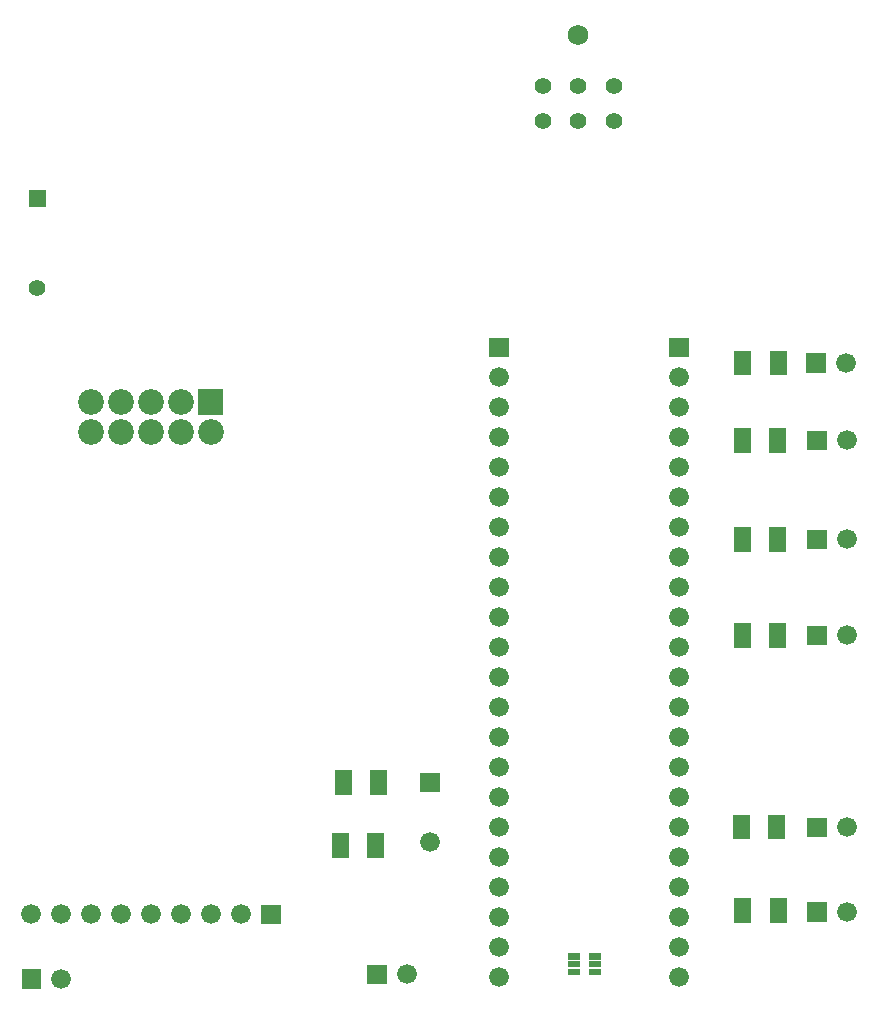
<source format=gbr>
G04 start of page 6 for group -4062 idx -4062 *
G04 Title: (unknown), soldermask *
G04 Creator: pcb 20110918 *
G04 CreationDate: Mon 05 May 2014 07:23:22 AM GMT UTC *
G04 For: john *
G04 Format: Gerber/RS-274X *
G04 PCB-Dimensions: 295500 350000 *
G04 PCB-Coordinate-Origin: lower left *
%MOIN*%
%FSLAX25Y25*%
%LNBOTTOMMASK*%
%ADD72R,0.0210X0.0210*%
%ADD71R,0.0572X0.0572*%
%ADD70C,0.0860*%
%ADD69C,0.0690*%
%ADD68C,0.0560*%
%ADD67C,0.0660*%
%ADD66C,0.0001*%
G54D66*G36*
X89700Y44300D02*Y37700D01*
X96300D01*
Y44300D01*
X89700D01*
G37*
G54D67*X83000Y41000D03*
X73000D03*
X63000D03*
X53000D03*
X43000D03*
X33000D03*
X23000D03*
X13000D03*
G54D66*G36*
X9900Y22800D02*Y16200D01*
X16500D01*
Y22800D01*
X9900D01*
G37*
G54D67*X23200Y19500D03*
G54D66*G36*
X125200Y24300D02*Y17700D01*
X131800D01*
Y24300D01*
X125200D01*
G37*
G54D67*X138500Y21000D03*
G54D68*X207355Y317292D03*
X195555D03*
G54D69*Y334292D03*
G54D68*X183755Y317292D03*
X207355Y305492D03*
X183755D03*
X195555D03*
G54D66*G36*
X12384Y282584D02*Y276984D01*
X17984D01*
Y282584D01*
X12384D01*
G37*
G36*
X271500Y228200D02*Y221600D01*
X278100D01*
Y228200D01*
X271500D01*
G37*
G54D67*X284800Y224900D03*
G54D66*G36*
X225700Y233300D02*Y226700D01*
X232300D01*
Y233300D01*
X225700D01*
G37*
G54D67*X229000Y220000D03*
G54D66*G36*
X271700Y202300D02*Y195700D01*
X278300D01*
Y202300D01*
X271700D01*
G37*
G36*
Y137300D02*Y130700D01*
X278300D01*
Y137300D01*
X271700D01*
G37*
G36*
X271892Y73296D02*Y66696D01*
X278492D01*
Y73296D01*
X271892D01*
G37*
G36*
Y45129D02*Y38529D01*
X278492D01*
Y45129D01*
X271892D01*
G37*
G54D67*X285000Y199000D03*
Y134000D03*
X285192Y69996D03*
Y41829D03*
G54D66*G36*
X271700Y169300D02*Y162700D01*
X278300D01*
Y169300D01*
X271700D01*
G37*
G54D67*X285000Y166000D03*
X229000Y180000D03*
Y170000D03*
Y160000D03*
Y150000D03*
Y140000D03*
Y130000D03*
Y120000D03*
Y110000D03*
Y100000D03*
Y90000D03*
Y80000D03*
Y70000D03*
Y60000D03*
Y50000D03*
Y40000D03*
Y30000D03*
Y20000D03*
Y210000D03*
Y200000D03*
Y190000D03*
G54D66*G36*
X165700Y233300D02*Y226700D01*
X172300D01*
Y233300D01*
X165700D01*
G37*
G54D67*X169000Y220000D03*
Y210000D03*
Y200000D03*
G54D66*G36*
X68600Y216200D02*Y207600D01*
X77200D01*
Y216200D01*
X68600D01*
G37*
G54D70*X72900Y201900D03*
X62900D03*
X52900D03*
X42900D03*
X32900D03*
X62900Y211900D03*
X52900D03*
X42900D03*
X32900D03*
G54D68*X15184Y249784D03*
G54D67*X169000Y190000D03*
Y180000D03*
Y170000D03*
Y160000D03*
Y150000D03*
Y140000D03*
Y130000D03*
Y120000D03*
Y110000D03*
Y100000D03*
Y90000D03*
Y80000D03*
Y70000D03*
G54D66*G36*
X142700Y88300D02*Y81700D01*
X149300D01*
Y88300D01*
X142700D01*
G37*
G54D67*X146000Y65000D03*
X169000Y60000D03*
Y50000D03*
Y40000D03*
Y30000D03*
Y20000D03*
G54D71*X262000Y200181D02*Y197819D01*
X261905Y167181D02*Y164819D01*
X262105Y225981D02*Y223619D01*
X250190Y200181D02*Y197819D01*
X250095Y167181D02*Y164819D01*
X250295Y225981D02*Y223619D01*
X117190Y86181D02*Y83819D01*
X129000Y86181D02*Y83819D01*
X128000Y65181D02*Y62819D01*
X116190Y65181D02*Y62819D01*
X261905Y135181D02*Y132819D01*
X250095Y135181D02*Y132819D01*
G54D72*X193000Y21900D02*X195000D01*
X193000Y24500D02*X195000D01*
X193000Y27000D02*X195000D01*
X200000D02*X202000D01*
X200000Y24500D02*X202000D01*
X200000Y21900D02*X202000D01*
G54D71*X249832Y71345D02*Y68983D01*
X250293Y43514D02*Y41152D01*
X262103Y43514D02*Y41152D01*
X261642Y71345D02*Y68983D01*
M02*

</source>
